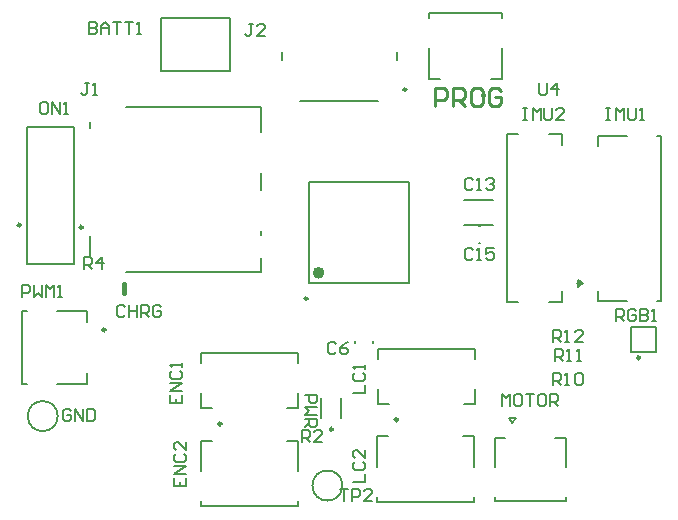
<source format=gto>
G04*
G04 #@! TF.GenerationSoftware,Altium Limited,Altium Designer,24.7.2 (38)*
G04*
G04 Layer_Color=65535*
%FSLAX44Y44*%
%MOMM*%
G71*
G04*
G04 #@! TF.SameCoordinates,27BF797F-714E-4A77-BE02-AF934A81444A*
G04*
G04*
G04 #@! TF.FilePolarity,Positive*
G04*
G01*
G75*
%ADD10C,0.2500*%
%ADD11C,0.5000*%
%ADD12C,0.2000*%
%ADD13C,0.1270*%
%ADD14C,0.4000*%
%ADD15C,0.2032*%
%ADD16C,0.2540*%
D10*
X327683Y354526D02*
G03*
X327683Y354526I-1250J0D01*
G01*
X394265Y349450D02*
G03*
X394265Y349450I-1250J0D01*
G01*
X244081Y177354D02*
G03*
X244081Y177354I-1250J0D01*
G01*
X72964Y150926D02*
G03*
X72964Y150926I-1250J0D01*
G01*
X1077Y239773D02*
G03*
X1077Y239773I-1250J0D01*
G01*
X525525Y127476D02*
G03*
X525525Y127476I-1250J0D01*
G01*
X265513Y66782D02*
G03*
X265513Y66782I-1250J0D01*
G01*
X475212Y190364D02*
G03*
X475212Y190364I-1250J0D01*
G01*
X171035Y71210D02*
G03*
X171035Y71210I-1250J0D01*
G01*
X53733Y237869D02*
G03*
X53733Y237869I-1250J0D01*
G01*
X171035Y71524D02*
G03*
X171035Y71524I-1250J0D01*
G01*
X320295Y75192D02*
G03*
X320295Y75192I-1250J0D01*
G01*
X320667Y74831D02*
G03*
X320667Y74831I-1250J0D01*
G01*
D11*
X255931Y199266D02*
G03*
X255931Y199266I-2500J0D01*
G01*
D12*
X273555Y19149D02*
G03*
X273555Y19149I-12700J0D01*
G01*
X32512Y77978D02*
G03*
X32512Y77978I-12700J0D01*
G01*
X237782Y344826D02*
X303683D01*
X222032Y379276D02*
Y386276D01*
X319433Y379276D02*
Y386276D01*
X409015Y363451D02*
Y389201D01*
Y414700D02*
Y418951D01*
X347015D02*
X409015D01*
X347015Y363451D02*
Y389201D01*
Y414700D02*
Y418951D01*
Y363451D02*
X356265D01*
X399765D02*
X409015D01*
X244931Y190766D02*
X329932D01*
X329931Y275766D02*
X329932Y190766D01*
X244931Y275766D02*
X329931D01*
X244931Y190766D02*
Y275766D01*
X388881Y239114D02*
X390382D01*
X388881Y224614D02*
X390382D01*
X299095Y139754D02*
Y141254D01*
X284595Y139754D02*
Y141254D01*
X57714Y157676D02*
Y166927D01*
Y104926D02*
Y114176D01*
X2214Y104926D02*
X6464D01*
X31964D02*
X57714D01*
X2214D02*
Y166927D01*
X6464D01*
X31964D02*
X57714D01*
X6327Y206773D02*
Y322773D01*
X46327D01*
Y206773D02*
Y322773D01*
X6327Y206773D02*
X46327D01*
X518025Y132476D02*
Y153475D01*
X539024D01*
Y132476D02*
Y153475D01*
X518025Y132476D02*
X539024D01*
X119579Y414710D02*
X178580D01*
X119579Y369711D02*
Y414710D01*
X178580Y369711D02*
Y414710D01*
X119579Y369711D02*
X178580D01*
X255764Y76282D02*
Y93282D01*
X272764Y76282D02*
Y93282D01*
X448062Y316364D02*
X459412D01*
X412712D02*
X422562D01*
X412712Y174364D02*
Y316364D01*
X448062Y174364D02*
X459412D01*
X412712D02*
X422562D01*
X459412D02*
Y183614D01*
Y307114D02*
Y316364D01*
X153785Y31210D02*
Y56960D01*
Y1460D02*
Y5710D01*
Y1460D02*
X235785D01*
Y31210D02*
Y56960D01*
Y1460D02*
Y5710D01*
X226535Y56960D02*
X235785D01*
X153785D02*
X163035D01*
X376842Y261146D02*
X400964D01*
X376842Y239646D02*
X400964D01*
X204233Y318119D02*
Y339869D01*
Y269119D02*
Y283619D01*
Y231119D02*
Y234619D01*
Y199869D02*
Y211619D01*
X90482Y199869D02*
X204233D01*
X60232Y322119D02*
Y327119D01*
Y213619D02*
Y230619D01*
X90482Y339869D02*
X204233D01*
X235785Y84924D02*
Y97274D01*
Y122774D02*
Y131624D01*
X153785D02*
X235785D01*
X153785Y84924D02*
Y97274D01*
Y122774D02*
Y131624D01*
Y84924D02*
X163035D01*
X226535D02*
X235785D01*
X303045Y35193D02*
Y60943D01*
Y5443D02*
Y9693D01*
Y5443D02*
X385045D01*
Y35193D02*
Y60943D01*
Y5443D02*
Y9693D01*
X375795Y60943D02*
X385045D01*
X303045D02*
X312295D01*
X385416Y88231D02*
Y100581D01*
Y126081D02*
Y134931D01*
X303417D02*
X385416D01*
X303417Y88231D02*
Y100581D01*
Y126081D02*
Y134931D01*
Y88231D02*
X312667D01*
X376167D02*
X385416D01*
D13*
X539842Y315364D02*
X543342D01*
Y175364D02*
Y315364D01*
X539842Y175364D02*
X543342D01*
X489842Y306564D02*
Y315364D01*
Y175364D02*
Y184164D01*
Y315364D02*
X514842D01*
X489842Y175364D02*
X514842D01*
X472842Y187364D02*
X477342Y190364D01*
X472842Y193364D02*
X477342Y190364D01*
X472842Y187364D02*
Y193364D01*
X414562Y76610D02*
X420562D01*
X417562Y72110D02*
X420562Y76610D01*
X414562D02*
X417562Y72110D01*
X402562Y34610D02*
Y59610D01*
X462562Y34610D02*
Y59610D01*
X402562D02*
X411362D01*
X453762D02*
X462562D01*
X402562Y6110D02*
Y9610D01*
Y6110D02*
X462562D01*
Y9610D01*
D14*
X88990Y181884D02*
Y189884D01*
D15*
X197930Y409914D02*
X194544D01*
X196237D01*
Y401450D01*
X194544Y399758D01*
X192852D01*
X191159Y401450D01*
X208087Y399758D02*
X201315D01*
X208087Y406529D01*
Y408222D01*
X206394Y409914D01*
X203008D01*
X201315Y408222D01*
X439598Y360207D02*
Y351743D01*
X441291Y350050D01*
X444676D01*
X446369Y351743D01*
Y360207D01*
X454833Y350050D02*
Y360207D01*
X449755Y355128D01*
X456526D01*
X271749Y15921D02*
X278521D01*
X275135D01*
Y5764D01*
X281906D02*
Y15921D01*
X286984D01*
X288677Y14228D01*
Y10842D01*
X286984Y9150D01*
X281906D01*
X298834Y5764D02*
X292063D01*
X298834Y12535D01*
Y14228D01*
X297141Y15921D01*
X293756D01*
X292063Y14228D01*
X43521Y82124D02*
X41828Y83817D01*
X38443D01*
X36750Y82124D01*
Y75353D01*
X38443Y73660D01*
X41828D01*
X43521Y75353D01*
Y78738D01*
X40135D01*
X46907Y73660D02*
Y83817D01*
X53678Y73660D01*
Y83817D01*
X57063D02*
Y73660D01*
X62142D01*
X63834Y75353D01*
Y82124D01*
X62142Y83817D01*
X57063D01*
X505550Y158244D02*
Y168400D01*
X510629D01*
X512321Y166708D01*
Y163322D01*
X510629Y161629D01*
X505550D01*
X508936D02*
X512321Y158244D01*
X522478Y166708D02*
X520785Y168400D01*
X517400D01*
X515707Y166708D01*
Y159936D01*
X517400Y158244D01*
X520785D01*
X522478Y159936D01*
Y163322D01*
X519092D01*
X525864Y168400D02*
Y158244D01*
X530942D01*
X532635Y159936D01*
Y161629D01*
X530942Y163322D01*
X525864D01*
X530942D01*
X532635Y165015D01*
Y166708D01*
X530942Y168400D01*
X525864D01*
X536020Y158244D02*
X539406D01*
X537713D01*
Y168400D01*
X536020Y166708D01*
X451557Y140425D02*
Y150582D01*
X456635D01*
X458328Y148889D01*
Y145504D01*
X456635Y143811D01*
X451557D01*
X454942D02*
X458328Y140425D01*
X461713D02*
X465099D01*
X463406D01*
Y150582D01*
X461713Y148889D01*
X476948Y140425D02*
X470177D01*
X476948Y147196D01*
Y148889D01*
X475256Y150582D01*
X471870D01*
X470177Y148889D01*
X453563Y124462D02*
Y134618D01*
X458641D01*
X460334Y132926D01*
Y129540D01*
X458641Y127847D01*
X453563D01*
X456949D02*
X460334Y124462D01*
X463720D02*
X467105D01*
X465412D01*
Y134618D01*
X463720Y132926D01*
X472184Y124462D02*
X475569D01*
X473876D01*
Y134618D01*
X472184Y132926D01*
X451870Y104329D02*
Y114486D01*
X456949D01*
X458641Y112793D01*
Y109407D01*
X456949Y107715D01*
X451870D01*
X455256D02*
X458641Y104329D01*
X462027D02*
X465412D01*
X463720D01*
Y114486D01*
X462027Y112793D01*
X470491D02*
X472184Y114486D01*
X475569D01*
X477262Y112793D01*
Y106022D01*
X475569Y104329D01*
X472184D01*
X470491Y106022D01*
Y112793D01*
X54610Y202692D02*
Y212849D01*
X59688D01*
X61381Y211156D01*
Y207770D01*
X59688Y206077D01*
X54610D01*
X57995D02*
X61381Y202692D01*
X69845D02*
Y212849D01*
X64767Y207770D01*
X71538D01*
X239087Y55691D02*
Y65848D01*
X244165D01*
X245858Y64155D01*
Y60770D01*
X244165Y59077D01*
X239087D01*
X242472D02*
X245858Y55691D01*
X256015D02*
X249244D01*
X256015Y62463D01*
Y64155D01*
X254322Y65848D01*
X250936D01*
X249244Y64155D01*
X242311Y95997D02*
X252468D01*
Y90919D01*
X250775Y89226D01*
X247390D01*
X245697Y90919D01*
Y95997D01*
X252468Y85840D02*
X242311D01*
X245697Y82455D01*
X242311Y79069D01*
X252468D01*
X242311Y75683D02*
X252468D01*
Y70605D01*
X250775Y68912D01*
X247390D01*
X245697Y70605D01*
Y75683D01*
Y72298D02*
X242311Y68912D01*
X2286Y179070D02*
Y189227D01*
X7364D01*
X9057Y187534D01*
Y184148D01*
X7364Y182455D01*
X2286D01*
X12443Y189227D02*
Y179070D01*
X15828Y182455D01*
X19214Y179070D01*
Y189227D01*
X22599Y179070D02*
Y189227D01*
X25985Y185841D01*
X29371Y189227D01*
Y179070D01*
X32756D02*
X36142D01*
X34449D01*
Y189227D01*
X32756Y187534D01*
X22947Y343511D02*
X19561D01*
X17868Y341819D01*
Y335047D01*
X19561Y333355D01*
X22947D01*
X24640Y335047D01*
Y341819D01*
X22947Y343511D01*
X28025Y333355D02*
Y343511D01*
X34796Y333355D01*
Y343511D01*
X38182Y333355D02*
X41568D01*
X39875D01*
Y343511D01*
X38182Y341819D01*
X426044Y339088D02*
X429429D01*
X427737D01*
Y328932D01*
X426044D01*
X429429D01*
X434508D02*
Y339088D01*
X437893Y335703D01*
X441279Y339088D01*
Y328932D01*
X444664Y339088D02*
Y330624D01*
X446357Y328932D01*
X449743D01*
X451436Y330624D01*
Y339088D01*
X461592Y328932D02*
X454821D01*
X461592Y335703D01*
Y337396D01*
X459899Y339088D01*
X456514D01*
X454821Y337396D01*
X89890Y169895D02*
X88197Y171588D01*
X84812D01*
X83119Y169895D01*
Y163124D01*
X84812Y161431D01*
X88197D01*
X89890Y163124D01*
X93276Y171588D02*
Y161431D01*
Y166510D01*
X100047D01*
Y171588D01*
Y161431D01*
X103432D02*
Y171588D01*
X108511D01*
X110204Y169895D01*
Y166510D01*
X108511Y164817D01*
X103432D01*
X106818D02*
X110204Y161431D01*
X120360Y169895D02*
X118667Y171588D01*
X115282D01*
X113589Y169895D01*
Y163124D01*
X115282Y161431D01*
X118667D01*
X120360Y163124D01*
Y166510D01*
X116975D01*
X383707Y218750D02*
X382014Y220442D01*
X378629D01*
X376936Y218750D01*
Y211978D01*
X378629Y210286D01*
X382014D01*
X383707Y211978D01*
X387093Y210286D02*
X390478D01*
X388785D01*
Y220442D01*
X387093Y218750D01*
X402327Y220442D02*
X395556D01*
Y215364D01*
X398942Y217057D01*
X400635D01*
X402327Y215364D01*
Y211978D01*
X400635Y210286D01*
X397249D01*
X395556Y211978D01*
X383707Y277704D02*
X382014Y279397D01*
X378629D01*
X376936Y277704D01*
Y270933D01*
X378629Y269240D01*
X382014D01*
X383707Y270933D01*
X387093Y269240D02*
X390478D01*
X388785D01*
Y279397D01*
X387093Y277704D01*
X395556D02*
X397249Y279397D01*
X400635D01*
X402328Y277704D01*
Y276011D01*
X400635Y274318D01*
X398942D01*
X400635D01*
X402328Y272625D01*
Y270933D01*
X400635Y269240D01*
X397249D01*
X395556Y270933D01*
X268112Y138889D02*
X266419Y140582D01*
X263034D01*
X261341Y138889D01*
Y132118D01*
X263034Y130425D01*
X266419D01*
X268112Y132118D01*
X278269Y140582D02*
X274883Y138889D01*
X271498Y135504D01*
Y132118D01*
X273190Y130425D01*
X276576D01*
X278269Y132118D01*
Y133811D01*
X276576Y135504D01*
X271498D01*
X58766Y411478D02*
Y401322D01*
X63844D01*
X65537Y403014D01*
Y404707D01*
X63844Y406400D01*
X58766D01*
X63844D01*
X65537Y408093D01*
Y409786D01*
X63844Y411478D01*
X58766D01*
X68923Y401322D02*
Y408093D01*
X72308Y411478D01*
X75694Y408093D01*
Y401322D01*
Y406400D01*
X68923D01*
X79079Y411478D02*
X85850D01*
X82465D01*
Y401322D01*
X89236Y411478D02*
X96007D01*
X92621D01*
Y401322D01*
X99393D02*
X102778D01*
X101085D01*
Y411478D01*
X99393Y409786D01*
X496744Y339088D02*
X500130D01*
X498437D01*
Y328932D01*
X496744D01*
X500130D01*
X505209D02*
Y339088D01*
X508594Y335703D01*
X511980Y339088D01*
Y328932D01*
X515365Y339088D02*
Y330624D01*
X517058Y328932D01*
X520443D01*
X522136Y330624D01*
Y339088D01*
X525522Y328932D02*
X528908D01*
X527215D01*
Y339088D01*
X525522Y337396D01*
X408863Y86550D02*
Y96707D01*
X412249Y93321D01*
X415634Y96707D01*
Y86550D01*
X424098Y96707D02*
X420713D01*
X419020Y95014D01*
Y88243D01*
X420713Y86550D01*
X424098D01*
X425791Y88243D01*
Y95014D01*
X424098Y96707D01*
X429176D02*
X435948D01*
X432562D01*
Y86550D01*
X444412Y96707D02*
X441026D01*
X439333Y95014D01*
Y88243D01*
X441026Y86550D01*
X444412D01*
X446104Y88243D01*
Y95014D01*
X444412Y96707D01*
X449490Y86550D02*
Y96707D01*
X454568D01*
X456261Y95014D01*
Y91628D01*
X454568Y89936D01*
X449490D01*
X452875D02*
X456261Y86550D01*
X131033Y25489D02*
Y18717D01*
X141189D01*
Y25489D01*
X136111Y18717D02*
Y22103D01*
X141189Y28874D02*
X131033D01*
X141189Y35645D01*
X131033D01*
X132725Y45802D02*
X131033Y44109D01*
Y40724D01*
X132725Y39031D01*
X139496D01*
X141189Y40724D01*
Y44109D01*
X139496Y45802D01*
X141189Y55959D02*
Y49187D01*
X134418Y55959D01*
X132725D01*
X131033Y54266D01*
Y50880D01*
X132725Y49187D01*
X282579Y22190D02*
X292736D01*
Y28961D01*
X284272Y39118D02*
X282579Y37425D01*
Y34040D01*
X284272Y32347D01*
X291043D01*
X292736Y34040D01*
Y37425D01*
X291043Y39118D01*
X292736Y49275D02*
Y42504D01*
X285964Y49275D01*
X284272D01*
X282579Y47582D01*
Y44196D01*
X284272Y42504D01*
X127985Y96050D02*
Y89279D01*
X138141D01*
Y96050D01*
X133063Y89279D02*
Y92665D01*
X138141Y99436D02*
X127985D01*
X138141Y106207D01*
X127985D01*
X129677Y116364D02*
X127985Y114671D01*
Y111285D01*
X129677Y109593D01*
X136448D01*
X138141Y111285D01*
Y114671D01*
X136448Y116364D01*
X138141Y119749D02*
Y123135D01*
Y121442D01*
X127985D01*
X129677Y119749D01*
X282221Y97558D02*
X292377D01*
Y104329D01*
X283913Y114486D02*
X282221Y112793D01*
Y109407D01*
X283913Y107715D01*
X290685D01*
X292377Y109407D01*
Y112793D01*
X290685Y114486D01*
X292377Y117871D02*
Y121257D01*
Y119564D01*
X282221D01*
X283913Y117871D01*
X58841Y360169D02*
X55455D01*
X57148D01*
Y351705D01*
X55455Y350012D01*
X53763D01*
X52070Y351705D01*
X62227Y350012D02*
X65612D01*
X63919D01*
Y360169D01*
X62227Y358476D01*
D16*
X351842Y340097D02*
Y355332D01*
X359459D01*
X361998Y352793D01*
Y347715D01*
X359459Y345175D01*
X351842D01*
X367077Y340097D02*
Y355332D01*
X374694D01*
X377233Y352793D01*
Y347715D01*
X374694Y345175D01*
X367077D01*
X372155D02*
X377233Y340097D01*
X389929Y355332D02*
X384851D01*
X382312Y352793D01*
Y342636D01*
X384851Y340097D01*
X389929D01*
X392468Y342636D01*
Y352793D01*
X389929Y355332D01*
X407703Y352793D02*
X405164Y355332D01*
X400086D01*
X397547Y352793D01*
Y342636D01*
X400086Y340097D01*
X405164D01*
X407703Y342636D01*
Y347715D01*
X402625D01*
M02*

</source>
